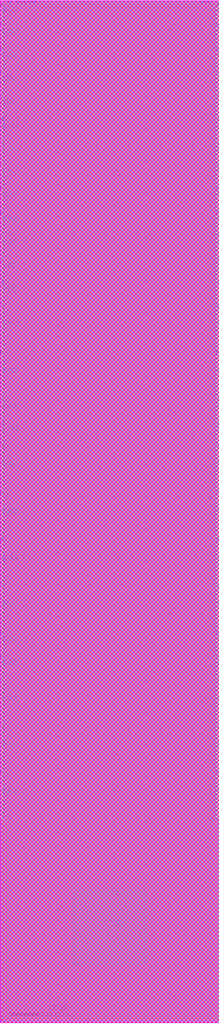
<source format=lef>
# Copyright 2022 GlobalFoundries PDK Authors
#
# Licensed under the Apache License, Version 2.0 (the "License");
# you may not use this file except in compliance with the License.
# You may obtain a copy of the License at
#
#     http://www.apache.org/licenses/LICENSE-2.0
#
# Unless required by applicable law or agreed to in writing, software
# distributed under the License is distributed on an "AS IS" BASIS,
# WITHOUT WARRANTIES OR CONDITIONS OF ANY KIND, either express or implied.
# See the License for the specific language governing permissions and
# limitations under the License.

MACRO gf180mcu_fd_io__bi_t
  CLASS PAD INOUT ;
  ORIGIN 0 0 ;
  FOREIGN gf180mcu_fd_io__bi_t 0 0 ;
  SIZE 75 BY 350 ;
  SYMMETRY X Y R90 ;
  SITE GF_IO_Site ;
    PIN PAD
        DIRECTION INOUT ;
        USE SIGNAL ;
        PORT
        LAYER Metal4  ;
        RECT 25.000 20.000 50.000 45.000 ;
        END
    END PAD
  PIN A
    DIRECTION INPUT ;
    USE SIGNAL ;
    ANTENNADIFFAREA 1 LAYER Metal2 ;
      ANTENNAGATEAREA 4.2 LAYER Metal2 ;
    PORT
        CLASS CORE ;
      LAYER Metal2 ;
        RECT 69.4 349.62 69.78 350 ;
    END
  END A
  PIN CS
    DIRECTION INPUT ;
    USE SIGNAL ;
    ANTENNADIFFAREA 1 LAYER Metal2 ;
      ANTENNAGATEAREA 3.15 LAYER Metal2 ;
    PORT
        CLASS CORE ;
      LAYER Metal2 ;
        RECT 3.36 349.62 3.74 350 ;
    END
  END CS
  PIN IE
    DIRECTION INPUT ;
    USE SIGNAL ;
    ANTENNADIFFAREA 1 LAYER Metal2 ;
      ANTENNAGATEAREA 3.15 LAYER Metal2 ;
    PORT
        CLASS CORE ;
      LAYER Metal2 ;
        RECT 11.385 349.62 11.765 350 ;
    END
  END IE
  PIN OE
    DIRECTION INPUT ;
    USE SIGNAL ;
    ANTENNADIFFAREA 7.776 LAYER Metal2 ;
      ANTENNAGATEAREA 16.8 LAYER Metal2 ;
    PORT
        CLASS CORE ;
      LAYER Metal2 ;
        RECT 70.13 349.62 70.51 350 ;
    END
  END OE
  PIN PD
    DIRECTION INPUT ;
    USE SIGNAL ;
    ANTENNADIFFAREA 1 LAYER Metal2 ;
      ANTENNAGATEAREA 10.5 LAYER Metal2 ;
    PORT
        CLASS CORE ;
      LAYER Metal2 ;
        RECT 10.33 349.62 10.71 350 ;
    END
  END PD
  PIN PDRV0
    DIRECTION INPUT ;
    USE SIGNAL ;
    ANTENNADIFFAREA 2.592 LAYER Metal2 ;
      ANTENNAGATEAREA 4.2 LAYER Metal2 ;
    PORT
        CLASS CORE ;
      LAYER Metal2 ;
        RECT 7.11 349.62 7.49 350 ;
    END
  END PDRV0
  PIN PDRV1
    DIRECTION INPUT ;
    USE SIGNAL ;
    ANTENNADIFFAREA 2.592 LAYER Metal2 ;
      ANTENNAGATEAREA 4.2 LAYER Metal2 ;
    PORT
        CLASS CORE ;
      LAYER Metal2 ;
        RECT 7.82 349.62 8.2 350 ;
    END
  END PDRV1
  PIN PU
    DIRECTION INPUT ;
    USE SIGNAL ;
    ANTENNADIFFAREA 2.98 LAYER Metal2 ;
      ANTENNAGATEAREA 7.35 LAYER Metal2 ;
    PORT
        CLASS CORE ;
      LAYER Metal2 ;
        RECT 5.965 349.62 6.345 350 ;
    END
  END PU
  PIN SL
    DIRECTION INPUT ;
    USE SIGNAL ;
    ANTENNADIFFAREA 1 LAYER Metal2 ;
      ANTENNAGATEAREA 3.15 LAYER Metal2 ;
    PORT
        CLASS CORE ;
      LAYER Metal2 ;
        RECT 68.67 349.62 69.05 350 ;
    END
  END SL
  PIN Y
    DIRECTION OUTPUT ;
    USE SIGNAL ;
    ANTENNADIFFAREA 7.8 LAYER Metal2 ;
    PORT
        CLASS CORE ;
      LAYER Metal2 ;
        RECT 70.86 349.62 71.24 350 ;
    END
  END Y
  PIN DVDD
    DIRECTION INOUT ;
    USE POWER ;
    PORT
      LAYER Metal4 ;
        RECT 74 118 75 125 ;
    END
    PORT
      LAYER Metal4 ;
        RECT 74 182 75 197 ;
    END
    PORT
      LAYER Metal4 ;
        RECT 74 166 75 181 ;
    END
    PORT
      LAYER Metal4 ;
        RECT 74 150 75 165 ;
    END
    PORT
      LAYER Metal4 ;
        RECT 74 134 75 149 ;
    END
    PORT
      LAYER Metal4 ;
        RECT 74 214 75 229 ;
    END
    PORT
      LAYER Metal4 ;
        RECT 74 206 75 213 ;
    END
    PORT
      LAYER Metal4 ;
        RECT 74 278 75 285 ;
    END
    PORT
      LAYER Metal4 ;
        RECT 74 270 75 277 ;
    END
    PORT
      LAYER Metal4 ;
        RECT 74 262 75 269 ;
    END
    PORT
      LAYER Metal4 ;
        RECT 74 294 75 301 ;
    END
    PORT
      LAYER Metal4 ;
        RECT 74 334 75 341 ;
    END
    PORT
      LAYER Metal3 ;
        RECT 74 118 75 125 ;
    END
    PORT
      LAYER Metal3 ;
        RECT 74 182 75 197 ;
    END
    PORT
      LAYER Metal3 ;
        RECT 74 166 75 181 ;
    END
    PORT
      LAYER Metal3 ;
        RECT 74 150 75 165 ;
    END
    PORT
      LAYER Metal3 ;
        RECT 74 134 75 149 ;
    END
    PORT
      LAYER Metal3 ;
        RECT 74 214 75 229 ;
    END
    PORT
      LAYER Metal3 ;
        RECT 74 206 75 213 ;
    END
    PORT
      LAYER Metal3 ;
        RECT 74 278 75 285 ;
    END
    PORT
      LAYER Metal3 ;
        RECT 74 270 75 277 ;
    END
    PORT
      LAYER Metal3 ;
        RECT 74 262 75 269 ;
    END
    PORT
      LAYER Metal3 ;
        RECT 74 294 75 301 ;
    END
    PORT
      LAYER Metal3 ;
        RECT 74 334 75 341 ;
    END
    PORT
      LAYER Metal3 ;
        RECT 0 334 1 341 ;
    END
    PORT
      LAYER Metal3 ;
        RECT 0 294 1 301 ;
    END
    PORT
      LAYER Metal3 ;
        RECT 0 262 1 269 ;
    END
    PORT
      LAYER Metal3 ;
        RECT 0 270 1 277 ;
    END
    PORT
      LAYER Metal3 ;
        RECT 0 278 1 285 ;
    END
    PORT
      LAYER Metal3 ;
        RECT 0 206 1 213 ;
    END
    PORT
      LAYER Metal3 ;
        RECT 0 214 1 229 ;
    END
    PORT
      LAYER Metal3 ;
        RECT 0 134 1 149 ;
    END
    PORT
      LAYER Metal3 ;
        RECT 0 150 1 165 ;
    END
    PORT
      LAYER Metal3 ;
        RECT 0 166 1 181 ;
    END
    PORT
      LAYER Metal3 ;
        RECT 0 182 1 197 ;
    END
    PORT
      LAYER Metal4 ;
        RECT 0 334 1 341 ;
    END
    PORT
      LAYER Metal4 ;
        RECT 0 294 1 301 ;
    END
    PORT
      LAYER Metal4 ;
        RECT 0 262 1 269 ;
    END
    PORT
      LAYER Metal4 ;
        RECT 0 270 1 277 ;
    END
    PORT
      LAYER Metal4 ;
        RECT 0 278 1 285 ;
    END
    PORT
      LAYER Metal4 ;
        RECT 0 206 1 213 ;
    END
    PORT
      LAYER Metal4 ;
        RECT 0 214 1 229 ;
    END
    PORT
      LAYER Metal4 ;
        RECT 0 134 1 149 ;
    END
    PORT
      LAYER Metal4 ;
        RECT 0 150 1 165 ;
    END
    PORT
      LAYER Metal4 ;
        RECT 0 166 1 181 ;
    END
    PORT
      LAYER Metal4 ;
        RECT 0 182 1 197 ;
    END
    PORT
      LAYER Metal4 ;
        RECT 0 118 1 125 ;
    END
    PORT
      LAYER Metal3 ;
        RECT 0 118 1 125 ;
    END
  END DVDD
  PIN DVSS
    DIRECTION INOUT ;
    USE GROUND ;
    PORT
      LAYER Metal4 ;
        RECT 74 102 75 117 ;
    END
    PORT
      LAYER Metal4 ;
        RECT 74 86 75 101 ;
    END
    PORT
      LAYER Metal4 ;
        RECT 74 70 75 85 ;
    END
    PORT
      LAYER Metal4 ;
        RECT 74 126 75 133 ;
    END
    PORT
      LAYER Metal4 ;
        RECT 74 198 75 205 ;
    END
    PORT
      LAYER Metal4 ;
        RECT 74 230 75 245 ;
    END
    PORT
      LAYER Metal4 ;
        RECT 74 286 75 293 ;
    END
    PORT
      LAYER Metal4 ;
        RECT 74 302 75 309 ;
    END
    PORT
      LAYER Metal4 ;
        RECT 74 326 75 333 ;
    END
    PORT
      LAYER Metal4 ;
        RECT 74 342 75 348.39 ;
    END
    PORT
      LAYER Metal3 ;
        RECT 74 102 75 117 ;
    END
    PORT
      LAYER Metal3 ;
        RECT 74 86 75 101 ;
    END
    PORT
      LAYER Metal3 ;
        RECT 74 70 75 85 ;
    END
    PORT
      LAYER Metal3 ;
        RECT 74 126 75 133 ;
    END
    PORT
      LAYER Metal3 ;
        RECT 74 198 75 205 ;
    END
    PORT
      LAYER Metal3 ;
        RECT 74 230 75 245 ;
    END
    PORT
      LAYER Metal3 ;
        RECT 74 286 75 293 ;
    END
    PORT
      LAYER Metal3 ;
        RECT 74 302 75 309 ;
    END
    PORT
      LAYER Metal3 ;
        RECT 74 326 75 333 ;
    END
    PORT
      LAYER Metal3 ;
        RECT 74 342 75 348.39 ;
    END
    PORT
      LAYER Metal3 ;
        RECT 0 342 1 348.39 ;
    END
    PORT
      LAYER Metal3 ;
        RECT 0 326 1 333 ;
    END
    PORT
      LAYER Metal3 ;
        RECT 0 302 1 309 ;
    END
    PORT
      LAYER Metal3 ;
        RECT 0 286 1 293 ;
    END
    PORT
      LAYER Metal3 ;
        RECT 0 230 1 245 ;
    END
    PORT
      LAYER Metal3 ;
        RECT 0 198 1 205 ;
    END
    PORT
      LAYER Metal3 ;
        RECT 0 126 1 133 ;
    END
    PORT
      LAYER Metal3 ;
        RECT 0 70 1 85 ;
    END
    PORT
      LAYER Metal3 ;
        RECT 0 86 1 101 ;
    END
    PORT
      LAYER Metal4 ;
        RECT 0 342 1 348.39 ;
    END
    PORT
      LAYER Metal4 ;
        RECT 0 326 1 333 ;
    END
    PORT
      LAYER Metal4 ;
        RECT 0 302 1 309 ;
    END
    PORT
      LAYER Metal4 ;
        RECT 0 286 1 293 ;
    END
    PORT
      LAYER Metal4 ;
        RECT 0 230 1 245 ;
    END
    PORT
      LAYER Metal4 ;
        RECT 0 198 1 205 ;
    END
    PORT
      LAYER Metal4 ;
        RECT 0 126 1 133 ;
    END
    PORT
      LAYER Metal4 ;
        RECT 0 70 1 85 ;
    END
    PORT
      LAYER Metal4 ;
        RECT 0 86 1 101 ;
    END
    PORT
      LAYER Metal4 ;
        RECT 0 102 1 117 ;
    END
    PORT
      LAYER Metal3 ;
        RECT 0 102 1 117 ;
    END
  END DVSS
  PIN VDD
    DIRECTION INOUT ;
    USE POWER ;
    PORT
      LAYER Metal4 ;
        RECT 74 254 75 261 ;
    END
    PORT
      LAYER Metal4 ;
        RECT 74 310 75 317 ;
    END
    PORT
      LAYER Metal3 ;
        RECT 74 254 75 261 ;
    END
    PORT
      LAYER Metal3 ;
        RECT 74 310 75 317 ;
    END
    PORT
      LAYER Metal3 ;
        RECT 0 310 1 317 ;
    END
    PORT
      LAYER Metal4 ;
        RECT 0 310 1 317 ;
    END
    PORT
      LAYER Metal4 ;
        RECT 0 254 1 261 ;
    END
    PORT
      LAYER Metal3 ;
        RECT 0 254 1 261 ;
    END
  END VDD
  PIN VSS
    DIRECTION INOUT ;
    USE GROUND ;
    PORT
      LAYER Metal4 ;
        RECT 74 246 75 253 ;
    END
    PORT
      LAYER Metal4 ;
        RECT 74 318 75 325 ;
    END
    PORT
      LAYER Metal3 ;
        RECT 74 246 75 253 ;
    END
    PORT
      LAYER Metal3 ;
        RECT 74 318 75 325 ;
    END
    PORT
      LAYER Metal3 ;
        RECT 0 318 1 325 ;
    END
    PORT
      LAYER Metal4 ;
        RECT 0 318 1 325 ;
    END
    PORT
      LAYER Metal4 ;
        RECT 0 246 1 253 ;
    END
    PORT
      LAYER Metal3 ;
        RECT 0 246 1 253 ;
    END
  END VSS
  OBS
    LAYER Metal1 ;
      RECT 0 0 75 350 ;
    LAYER Metal2 ;
      POLYGON 75 350 71.52 350 71.52 349.34 68.39 349.34 68.39 350 12.045 350 12.045 349.34 11.105 349.34 11.105 350 10.99 350 10.99 349.34 10.05 349.34 10.05 350 8.48 350 8.48 349.34 6.83 349.34 6.83 350 6.625 350 6.625 349.34 5.685 349.34 5.685 350 4.02 350 4.02 349.34 3.08 349.34 3.08 350 0 350 0 0 75 0 ;
    LAYER Metal3 ;
      POLYGON 75 69.72 73.72 69.72 73.72 85.28 75 85.28 75 85.72 73.72 85.72 73.72 101.28 75 101.28 75 101.72 73.72 101.72 73.72 117.28 75 117.28 75 117.72 73.72 117.72 73.72 125.28 75 125.28 75 125.72 73.72 125.72 73.72 133.28 75 133.28 75 133.72 73.72 133.72 73.72 149.28 75 149.28 75 149.72 73.72 149.72 73.72 165.28 75 165.28 75 165.72 73.72 165.72 73.72 181.28 75 181.28 75 181.72 73.72 181.72 73.72 197.28 75 197.28 75 197.72 73.72 197.72 73.72 205.28 75 205.28 75 205.72 73.72 205.72 73.72 213.28 75 213.28 75 213.72 73.72 213.72 73.72 229.28 75 229.28 75 229.72 73.72 229.72 73.72 245.28 75 245.28 75 245.72 73.72 245.72 73.72 253.28 75 253.28 75 253.72 73.72 253.72 73.72 261.28 75 261.28 75 261.72 73.72 261.72 73.72 269.28 75 269.28 75 269.72 73.72 269.72 73.72 277.28 75 277.28 75 277.72 73.72 277.72 73.72 285.28 75 285.28 75 285.72 73.72 285.72 73.72 293.28 75 293.28 75 293.72 73.72 293.72 73.72 301.28 75 301.28 75 301.72 73.72 301.72 73.72 309.28 75 309.28 75 309.72 73.72 309.72 73.72 317.28 75 317.28 75 317.72 73.72 317.72 73.72 325.28 75 325.28 75 325.72 73.72 325.72 73.72 333.28 75 333.28 75 333.72 73.72 333.72 73.72 341.28 75 341.28 75 341.72 73.72 341.72 73.72 348.67 75 348.67 75 350 0 350 0 348.67 1.28 348.67 1.28 341.72 0 341.72 0 341.28 1.28 341.28 1.28 333.72 0 333.72 0 333.28 1.28 333.28 1.28 325.72 0 325.72 0 325.28 1.28 325.28 1.28 317.72 0 317.72 0 317.28 1.28 317.28 1.28 309.72 0 309.72 0 309.28 1.28 309.28 1.28 301.72 0 301.72 0 301.28 1.28 301.28 1.28 293.72 0 293.72 0 293.28 1.28 293.28 1.28 285.72 0 285.72 0 285.28 1.28 285.28 1.28 277.72 0 277.72 0 277.28 1.28 277.28 1.28 269.72 0 269.72 0 269.28 1.28 269.28 1.28 261.72 0 261.72 0 261.28 1.28 261.28 1.28 253.72 0 253.72 0 253.28 1.28 253.28 1.28 245.72 0 245.72 0 245.28 1.28 245.28 1.28 229.72 0 229.72 0 229.28 1.28 229.28 1.28 213.72 0 213.72 0 213.28 1.28 213.28 1.28 205.72 0 205.72 0 205.28 1.28 205.28 1.28 197.72 0 197.72 0 197.28 1.28 197.28 1.28 181.72 0 181.72 0 181.28 1.28 181.28 1.28 165.72 0 165.72 0 165.28 1.28 165.28 1.28 149.72 0 149.72 0 149.28 1.28 149.28 1.28 133.72 0 133.72 0 133.28 1.28 133.28 1.28 125.72 0 125.72 0 125.28 1.28 125.28 1.28 117.72 0 117.72 0 117.28 1.28 117.28 1.28 101.72 0 101.72 0 101.28 1.28 101.28 1.28 85.72 0 85.72 0 85.28 1.28 85.28 1.28 69.72 0 69.72 0 0 75 0 ;
    LAYER Metal4 ;
      POLYGON 75 69.72 73.72 69.72 73.72 85.28 75 85.28 75 85.72 73.72 85.72 73.72 101.28 75 101.28 75 101.72 73.72 101.72 73.72 117.28 75 117.28 75 117.72 73.72 117.72 73.72 125.28 75 125.28 75 125.72 73.72 125.72 73.72 133.28 75 133.28 75 133.72 73.72 133.72 73.72 149.28 75 149.28 75 149.72 73.72 149.72 73.72 165.28 75 165.28 75 165.72 73.72 165.72 73.72 181.28 75 181.28 75 181.72 73.72 181.72 73.72 197.28 75 197.28 75 197.72 73.72 197.72 73.72 205.28 75 205.28 75 205.72 73.72 205.72 73.72 213.28 75 213.28 75 213.72 73.72 213.72 73.72 229.28 75 229.28 75 229.72 73.72 229.72 73.72 245.28 75 245.28 75 245.72 73.72 245.72 73.72 253.28 75 253.28 75 253.72 73.72 253.72 73.72 261.28 75 261.28 75 261.72 73.72 261.72 73.72 269.28 75 269.28 75 269.72 73.72 269.72 73.72 277.28 75 277.28 75 277.72 73.72 277.72 73.72 285.28 75 285.28 75 285.72 73.72 285.72 73.72 293.28 75 293.28 75 293.72 73.72 293.72 73.72 301.28 75 301.28 75 301.72 73.72 301.72 73.72 309.28 75 309.28 75 309.72 73.72 309.72 73.72 317.28 75 317.28 75 317.72 73.72 317.72 73.72 325.28 75 325.28 75 325.72 73.72 325.72 73.72 333.28 75 333.28 75 333.72 73.72 333.72 73.72 341.28 75 341.28 75 341.72 73.72 341.72 73.72 348.67 75 348.67 75 350 0 350 0 348.67 1.28 348.67 1.28 341.72 0 341.72 0 341.28 1.28 341.28 1.28 333.72 0 333.72 0 333.28 1.28 333.28 1.28 325.72 0 325.72 0 325.28 1.28 325.28 1.28 317.72 0 317.72 0 317.28 1.28 317.28 1.28 309.72 0 309.72 0 309.28 1.28 309.28 1.28 301.72 0 301.72 0 301.28 1.28 301.28 1.28 293.72 0 293.72 0 293.28 1.28 293.28 1.28 285.72 0 285.72 0 285.28 1.28 285.28 1.28 277.72 0 277.72 0 277.28 1.28 277.28 1.28 269.72 0 269.72 0 269.28 1.28 269.28 1.28 261.72 0 261.72 0 261.28 1.28 261.28 1.28 253.72 0 253.72 0 253.28 1.28 253.28 1.28 245.72 0 245.72 0 245.28 1.28 245.28 1.28 229.72 0 229.72 0 229.28 1.28 229.28 1.28 213.72 0 213.72 0 213.28 1.28 213.28 1.28 205.72 0 205.72 0 205.28 1.28 205.28 1.28 197.72 0 197.72 0 197.28 1.28 197.28 1.28 181.72 0 181.72 0 181.28 1.28 181.28 1.28 165.72 0 165.72 0 165.28 1.28 165.28 1.28 149.72 0 149.72 0 149.28 1.28 149.28 1.28 133.72 0 133.72 0 133.28 1.28 133.28 1.28 125.72 0 125.72 0 125.28 1.28 125.28 1.28 117.72 0 117.72 0 117.28 1.28 117.28 1.28 101.72 0 101.72 0 101.28 1.28 101.28 1.28 85.72 0 85.72 0 85.28 1.28 85.28 1.28 69.72 0 69.72 0 0 75 0 ;
    LAYER Via1 ;
      RECT 0 0 75 350 ;
    LAYER Via2 ;
      RECT 0 0 75 350 ;
    LAYER Via3 ;
      RECT 0 0 75 350 ;
  END

END gf180mcu_fd_io__bi_t

</source>
